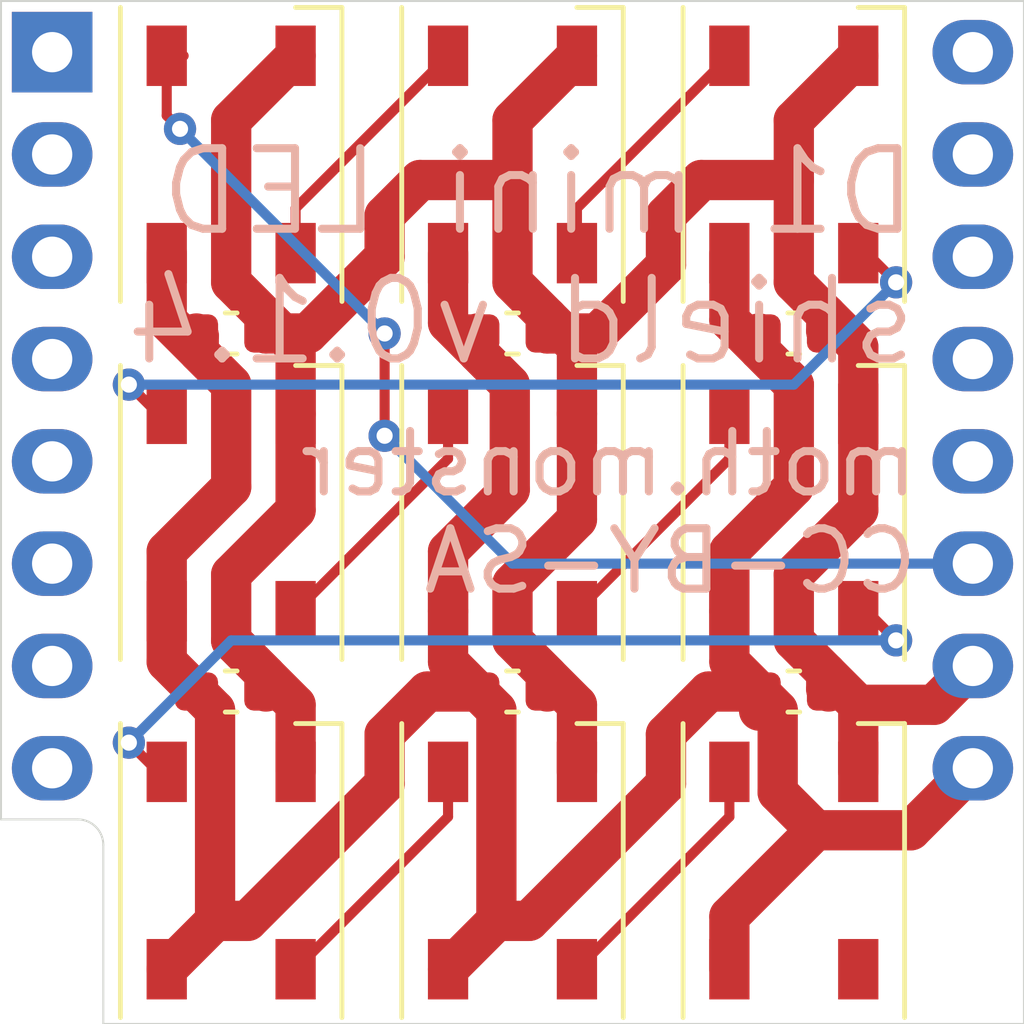
<source format=kicad_pcb>
(kicad_pcb (version 20171130) (host pcbnew 5.1.10)

  (general
    (thickness 1.6)
    (drawings 9)
    (tracks 146)
    (zones 0)
    (modules 16)
    (nets 26)
  )

  (page A4)
  (title_block
    (title "D1 mini LED shield")
    (date 2021-11-15)
    (rev 0.1.4)
    (company moth.monster)
  )

  (layers
    (0 F.Cu signal)
    (31 B.Cu signal)
    (32 B.Adhes user)
    (33 F.Adhes user)
    (34 B.Paste user)
    (35 F.Paste user)
    (36 B.SilkS user)
    (37 F.SilkS user)
    (38 B.Mask user)
    (39 F.Mask user)
    (40 Dwgs.User user)
    (41 Cmts.User user)
    (42 Eco1.User user)
    (43 Eco2.User user)
    (44 Edge.Cuts user)
    (45 Margin user)
    (46 B.CrtYd user hide)
    (47 F.CrtYd user hide)
    (48 B.Fab user hide)
    (49 F.Fab user hide)
  )

  (setup
    (last_trace_width 0.25)
    (user_trace_width 1)
    (trace_clearance 0.2)
    (zone_clearance 0.508)
    (zone_45_only yes)
    (trace_min 0.2)
    (via_size 0.8)
    (via_drill 0.4)
    (via_min_size 0.4)
    (via_min_drill 0.3)
    (uvia_size 0.3)
    (uvia_drill 0.1)
    (uvias_allowed no)
    (uvia_min_size 0.2)
    (uvia_min_drill 0.1)
    (edge_width 0.05)
    (segment_width 0.2)
    (pcb_text_width 0.3)
    (pcb_text_size 1.5 1.5)
    (mod_edge_width 0.12)
    (mod_text_size 1 1)
    (mod_text_width 0.15)
    (pad_size 1.524 1.524)
    (pad_drill 0.762)
    (pad_to_mask_clearance 0)
    (aux_axis_origin 0 0)
    (visible_elements FFFFFF7F)
    (pcbplotparams
      (layerselection 0x010dc_ffffffff)
      (usegerberextensions false)
      (usegerberattributes true)
      (usegerberadvancedattributes true)
      (creategerberjobfile true)
      (excludeedgelayer true)
      (linewidth 0.100000)
      (plotframeref false)
      (viasonmask false)
      (mode 1)
      (useauxorigin false)
      (hpglpennumber 1)
      (hpglpenspeed 20)
      (hpglpendiameter 15.000000)
      (psnegative false)
      (psa4output false)
      (plotreference true)
      (plotvalue true)
      (plotinvisibletext false)
      (padsonsilk false)
      (subtractmaskfromsilk false)
      (outputformat 1)
      (mirror false)
      (drillshape 0)
      (scaleselection 1)
      (outputdirectory "jlc/"))
  )

  (net 0 "")
  (net 1 "Net-(D1-Pad2)")
  (net 2 "Net-(D2-Pad2)")
  (net 3 "Net-(D3-Pad2)")
  (net 4 "Net-(D4-Pad2)")
  (net 5 "Net-(D5-Pad2)")
  (net 6 "Net-(D6-Pad2)")
  (net 7 "Net-(D7-Pad2)")
  (net 8 "Net-(D8-Pad2)")
  (net 9 "Net-(D9-Pad2)")
  (net 10 "Net-(U1-Pad16)")
  (net 11 "Net-(U1-Pad15)")
  (net 12 "Net-(U1-Pad14)")
  (net 13 "Net-(U1-Pad13)")
  (net 14 "Net-(U1-Pad12)")
  (net 15 "Net-(U1-Pad8)")
  (net 16 "Net-(U1-Pad7)")
  (net 17 "Net-(U1-Pad6)")
  (net 18 "Net-(U1-Pad5)")
  (net 19 "Net-(U1-Pad4)")
  (net 20 "Net-(U1-Pad1)")
  (net 21 "Net-(U1-Pad2)")
  (net 22 GND)
  (net 23 +5V)
  (net 24 DIN)
  (net 25 "Net-(U1-Pad3)")

  (net_class Default "This is the default net class."
    (clearance 0.2)
    (trace_width 0.25)
    (via_dia 0.8)
    (via_drill 0.4)
    (uvia_dia 0.3)
    (uvia_drill 0.1)
    (add_net +5V)
    (add_net DIN)
    (add_net GND)
    (add_net "Net-(D1-Pad2)")
    (add_net "Net-(D2-Pad2)")
    (add_net "Net-(D3-Pad2)")
    (add_net "Net-(D4-Pad2)")
    (add_net "Net-(D5-Pad2)")
    (add_net "Net-(D6-Pad2)")
    (add_net "Net-(D7-Pad2)")
    (add_net "Net-(D8-Pad2)")
    (add_net "Net-(D9-Pad2)")
    (add_net "Net-(U1-Pad1)")
    (add_net "Net-(U1-Pad12)")
    (add_net "Net-(U1-Pad13)")
    (add_net "Net-(U1-Pad14)")
    (add_net "Net-(U1-Pad15)")
    (add_net "Net-(U1-Pad16)")
    (add_net "Net-(U1-Pad2)")
    (add_net "Net-(U1-Pad3)")
    (add_net "Net-(U1-Pad4)")
    (add_net "Net-(U1-Pad5)")
    (add_net "Net-(U1-Pad6)")
    (add_net "Net-(U1-Pad7)")
    (add_net "Net-(U1-Pad8)")
  )

  (module LED_SMD:LED_WS2812B_PLCC4_5.0x5.0mm_P3.2mm (layer F.Cu) (tedit 5AA4B285) (tstamp 616A687A)
    (at 152.4 107.95 90)
    (descr https://cdn-shop.adafruit.com/datasheets/WS2812B.pdf)
    (tags "LED RGB NeoPixel")
    (path /616B8460)
    (attr smd)
    (fp_text reference D5 (at 0 -3.5 90) (layer F.SilkS) hide
      (effects (font (size 1 1) (thickness 0.15)))
    )
    (fp_text value WS2812B (at 0 4 90) (layer F.Fab)
      (effects (font (size 1 1) (thickness 0.15)))
    )
    (fp_line (start 3.45 -2.75) (end -3.45 -2.75) (layer F.CrtYd) (width 0.05))
    (fp_line (start 3.45 2.75) (end 3.45 -2.75) (layer F.CrtYd) (width 0.05))
    (fp_line (start -3.45 2.75) (end 3.45 2.75) (layer F.CrtYd) (width 0.05))
    (fp_line (start -3.45 -2.75) (end -3.45 2.75) (layer F.CrtYd) (width 0.05))
    (fp_line (start 2.5 1.5) (end 1.5 2.5) (layer F.Fab) (width 0.1))
    (fp_line (start -2.5 -2.5) (end -2.5 2.5) (layer F.Fab) (width 0.1))
    (fp_line (start -2.5 2.5) (end 2.5 2.5) (layer F.Fab) (width 0.1))
    (fp_line (start 2.5 2.5) (end 2.5 -2.5) (layer F.Fab) (width 0.1))
    (fp_line (start 2.5 -2.5) (end -2.5 -2.5) (layer F.Fab) (width 0.1))
    (fp_line (start -3.65 -2.75) (end 3.65 -2.75) (layer F.SilkS) (width 0.12))
    (fp_line (start -3.65 2.75) (end 3.65 2.75) (layer F.SilkS) (width 0.12))
    (fp_line (start 3.65 2.75) (end 3.65 1.6) (layer F.SilkS) (width 0.12))
    (fp_circle (center 0 0) (end 0 -2) (layer F.Fab) (width 0.1))
    (fp_text user %R (at 0 0 90) (layer F.Fab)
      (effects (font (size 0.8 0.8) (thickness 0.15)))
    )
    (pad 1 smd rect (at -2.45 -1.6 90) (size 1.5 1) (layers F.Cu F.Paste F.Mask)
      (net 23 +5V))
    (pad 2 smd rect (at -2.45 1.6 90) (size 1.5 1) (layers F.Cu F.Paste F.Mask)
      (net 5 "Net-(D5-Pad2)"))
    (pad 4 smd rect (at 2.45 -1.6 90) (size 1.5 1) (layers F.Cu F.Paste F.Mask)
      (net 4 "Net-(D4-Pad2)"))
    (pad 3 smd rect (at 2.45 1.6 90) (size 1.5 1) (layers F.Cu F.Paste F.Mask)
      (net 22 GND))
    (model ${KISYS3DMOD}/LED_SMD.3dshapes/LED_WS2812B_PLCC4_5.0x5.0mm_P3.2mm.wrl
      (at (xyz 0 0 0))
      (scale (xyz 1 1 1))
      (rotate (xyz 0 0 0))
    )
  )

  (module Module:WEMOS_D1_mini_light (layer F.Cu) (tedit 616B4EA9) (tstamp 616A6919)
    (at 140.97 96.52)
    (descr "16-pin module, column spacing 22.86 mm (900 mils), https://wiki.wemos.cc/products:d1:d1_mini, https://c1.staticflickr.com/1/734/31400410271_f278b087db_z.jpg")
    (tags "ESP8266 WiFi microcontroller")
    (path /616B4E79)
    (fp_text reference U1 (at 22 27) (layer F.SilkS) hide
      (effects (font (size 1 1) (thickness 0.15)))
    )
    (fp_text value WeMos_D1_mini (at 11.7 0) (layer F.Fab)
      (effects (font (size 1 1) (thickness 0.15)))
    )
    (fp_text user %R (at 11.43 10) (layer F.Fab)
      (effects (font (size 1 1) (thickness 0.15)))
    )
    (pad 16 thru_hole oval (at 22.86 0) (size 2 1.6) (drill 1) (layers *.Cu *.Mask)
      (net 10 "Net-(U1-Pad16)"))
    (pad 15 thru_hole oval (at 22.86 2.54) (size 2 1.6) (drill 1) (layers *.Cu *.Mask)
      (net 11 "Net-(U1-Pad15)"))
    (pad 14 thru_hole oval (at 22.86 5.08) (size 2 1.6) (drill 1) (layers *.Cu *.Mask)
      (net 12 "Net-(U1-Pad14)"))
    (pad 13 thru_hole oval (at 22.86 7.62) (size 2 1.6) (drill 1) (layers *.Cu *.Mask)
      (net 13 "Net-(U1-Pad13)"))
    (pad 12 thru_hole oval (at 22.86 10.16) (size 2 1.6) (drill 1) (layers *.Cu *.Mask)
      (net 14 "Net-(U1-Pad12)"))
    (pad 11 thru_hole oval (at 22.86 12.7) (size 2 1.6) (drill 1) (layers *.Cu *.Mask)
      (net 24 DIN))
    (pad 10 thru_hole oval (at 22.86 15.24) (size 2 1.6) (drill 1) (layers *.Cu *.Mask)
      (net 22 GND))
    (pad 9 thru_hole oval (at 22.86 17.78) (size 2 1.6) (drill 1) (layers *.Cu *.Mask)
      (net 23 +5V))
    (pad 8 thru_hole oval (at 0 17.78) (size 2 1.6) (drill 1) (layers *.Cu *.Mask)
      (net 15 "Net-(U1-Pad8)"))
    (pad 7 thru_hole oval (at 0 15.24) (size 2 1.6) (drill 1) (layers *.Cu *.Mask)
      (net 16 "Net-(U1-Pad7)"))
    (pad 6 thru_hole oval (at 0 12.7) (size 2 1.6) (drill 1) (layers *.Cu *.Mask)
      (net 17 "Net-(U1-Pad6)"))
    (pad 5 thru_hole oval (at 0 10.16) (size 2 1.6) (drill 1) (layers *.Cu *.Mask)
      (net 18 "Net-(U1-Pad5)"))
    (pad 4 thru_hole oval (at 0 7.62) (size 2 1.6) (drill 1) (layers *.Cu *.Mask)
      (net 19 "Net-(U1-Pad4)"))
    (pad 3 thru_hole oval (at 0 5.08) (size 2 1.6) (drill 1) (layers *.Cu *.Mask)
      (net 25 "Net-(U1-Pad3)"))
    (pad 1 thru_hole rect (at 0 0) (size 2 2) (drill 1) (layers *.Cu *.Mask)
      (net 20 "Net-(U1-Pad1)"))
    (pad 2 thru_hole oval (at 0 2.54) (size 2 1.6) (drill 1) (layers *.Cu *.Mask)
      (net 21 "Net-(U1-Pad2)"))
  )

  (module Capacitor_SMD:C_0603_1608Metric_Pad1.08x0.95mm_HandSolder (layer F.Cu) (tedit 5F68FEEF) (tstamp 616A67D4)
    (at 159.385 112.395)
    (descr "Capacitor SMD 0603 (1608 Metric), square (rectangular) end terminal, IPC_7351 nominal with elongated pad for handsoldering. (Body size source: IPC-SM-782 page 76, https://www.pcb-3d.com/wordpress/wp-content/uploads/ipc-sm-782a_amendment_1_and_2.pdf), generated with kicad-footprint-generator")
    (tags "capacitor handsolder")
    (path /616CB456)
    (attr smd)
    (fp_text reference C6 (at 0 -1.43) (layer F.SilkS) hide
      (effects (font (size 1 1) (thickness 0.15)))
    )
    (fp_text value 100nf (at 0 1.43) (layer F.Fab)
      (effects (font (size 1 1) (thickness 0.15)))
    )
    (fp_line (start -0.8 0.4) (end -0.8 -0.4) (layer F.Fab) (width 0.1))
    (fp_line (start -0.8 -0.4) (end 0.8 -0.4) (layer F.Fab) (width 0.1))
    (fp_line (start 0.8 -0.4) (end 0.8 0.4) (layer F.Fab) (width 0.1))
    (fp_line (start 0.8 0.4) (end -0.8 0.4) (layer F.Fab) (width 0.1))
    (fp_line (start -0.146267 -0.51) (end 0.146267 -0.51) (layer F.SilkS) (width 0.12))
    (fp_line (start -0.146267 0.51) (end 0.146267 0.51) (layer F.SilkS) (width 0.12))
    (fp_line (start -1.65 0.73) (end -1.65 -0.73) (layer F.CrtYd) (width 0.05))
    (fp_line (start -1.65 -0.73) (end 1.65 -0.73) (layer F.CrtYd) (width 0.05))
    (fp_line (start 1.65 -0.73) (end 1.65 0.73) (layer F.CrtYd) (width 0.05))
    (fp_line (start 1.65 0.73) (end -1.65 0.73) (layer F.CrtYd) (width 0.05))
    (fp_text user %R (at 0 0) (layer F.Fab)
      (effects (font (size 0.4 0.4) (thickness 0.06)))
    )
    (pad 2 smd roundrect (at 0.8625 0) (size 1.075 0.95) (layers F.Cu F.Paste F.Mask) (roundrect_rratio 0.25)
      (net 22 GND))
    (pad 1 smd roundrect (at -0.8625 0) (size 1.075 0.95) (layers F.Cu F.Paste F.Mask) (roundrect_rratio 0.25)
      (net 23 +5V))
    (model ${KISYS3DMOD}/Capacitor_SMD.3dshapes/C_0603_1608Metric.wrl
      (at (xyz 0 0 0))
      (scale (xyz 1 1 1))
      (rotate (xyz 0 0 0))
    )
  )

  (module Capacitor_SMD:C_0603_1608Metric_Pad1.08x0.95mm_HandSolder (layer F.Cu) (tedit 5F68FEEF) (tstamp 616A67C3)
    (at 152.4 112.395)
    (descr "Capacitor SMD 0603 (1608 Metric), square (rectangular) end terminal, IPC_7351 nominal with elongated pad for handsoldering. (Body size source: IPC-SM-782 page 76, https://www.pcb-3d.com/wordpress/wp-content/uploads/ipc-sm-782a_amendment_1_and_2.pdf), generated with kicad-footprint-generator")
    (tags "capacitor handsolder")
    (path /616CB450)
    (attr smd)
    (fp_text reference C5 (at 0 -1.43) (layer F.SilkS) hide
      (effects (font (size 1 1) (thickness 0.15)))
    )
    (fp_text value 100nf (at 0 1.43) (layer F.Fab)
      (effects (font (size 1 1) (thickness 0.15)))
    )
    (fp_line (start -0.8 0.4) (end -0.8 -0.4) (layer F.Fab) (width 0.1))
    (fp_line (start -0.8 -0.4) (end 0.8 -0.4) (layer F.Fab) (width 0.1))
    (fp_line (start 0.8 -0.4) (end 0.8 0.4) (layer F.Fab) (width 0.1))
    (fp_line (start 0.8 0.4) (end -0.8 0.4) (layer F.Fab) (width 0.1))
    (fp_line (start -0.146267 -0.51) (end 0.146267 -0.51) (layer F.SilkS) (width 0.12))
    (fp_line (start -0.146267 0.51) (end 0.146267 0.51) (layer F.SilkS) (width 0.12))
    (fp_line (start -1.65 0.73) (end -1.65 -0.73) (layer F.CrtYd) (width 0.05))
    (fp_line (start -1.65 -0.73) (end 1.65 -0.73) (layer F.CrtYd) (width 0.05))
    (fp_line (start 1.65 -0.73) (end 1.65 0.73) (layer F.CrtYd) (width 0.05))
    (fp_line (start 1.65 0.73) (end -1.65 0.73) (layer F.CrtYd) (width 0.05))
    (fp_text user %R (at 0 0) (layer F.Fab)
      (effects (font (size 0.4 0.4) (thickness 0.06)))
    )
    (pad 2 smd roundrect (at 0.8625 0) (size 1.075 0.95) (layers F.Cu F.Paste F.Mask) (roundrect_rratio 0.25)
      (net 22 GND))
    (pad 1 smd roundrect (at -0.8625 0) (size 1.075 0.95) (layers F.Cu F.Paste F.Mask) (roundrect_rratio 0.25)
      (net 23 +5V))
    (model ${KISYS3DMOD}/Capacitor_SMD.3dshapes/C_0603_1608Metric.wrl
      (at (xyz 0 0 0))
      (scale (xyz 1 1 1))
      (rotate (xyz 0 0 0))
    )
  )

  (module Capacitor_SMD:C_0603_1608Metric_Pad1.08x0.95mm_HandSolder (layer F.Cu) (tedit 5F68FEEF) (tstamp 616A67B2)
    (at 145.415 112.395)
    (descr "Capacitor SMD 0603 (1608 Metric), square (rectangular) end terminal, IPC_7351 nominal with elongated pad for handsoldering. (Body size source: IPC-SM-782 page 76, https://www.pcb-3d.com/wordpress/wp-content/uploads/ipc-sm-782a_amendment_1_and_2.pdf), generated with kicad-footprint-generator")
    (tags "capacitor handsolder")
    (path /616CB44A)
    (attr smd)
    (fp_text reference C4 (at 0 -1.43) (layer F.SilkS) hide
      (effects (font (size 1 1) (thickness 0.15)))
    )
    (fp_text value 100nf (at 0 1.43) (layer F.Fab)
      (effects (font (size 1 1) (thickness 0.15)))
    )
    (fp_line (start -0.8 0.4) (end -0.8 -0.4) (layer F.Fab) (width 0.1))
    (fp_line (start -0.8 -0.4) (end 0.8 -0.4) (layer F.Fab) (width 0.1))
    (fp_line (start 0.8 -0.4) (end 0.8 0.4) (layer F.Fab) (width 0.1))
    (fp_line (start 0.8 0.4) (end -0.8 0.4) (layer F.Fab) (width 0.1))
    (fp_line (start -0.146267 -0.51) (end 0.146267 -0.51) (layer F.SilkS) (width 0.12))
    (fp_line (start -0.146267 0.51) (end 0.146267 0.51) (layer F.SilkS) (width 0.12))
    (fp_line (start -1.65 0.73) (end -1.65 -0.73) (layer F.CrtYd) (width 0.05))
    (fp_line (start -1.65 -0.73) (end 1.65 -0.73) (layer F.CrtYd) (width 0.05))
    (fp_line (start 1.65 -0.73) (end 1.65 0.73) (layer F.CrtYd) (width 0.05))
    (fp_line (start 1.65 0.73) (end -1.65 0.73) (layer F.CrtYd) (width 0.05))
    (fp_text user %R (at 0 0) (layer F.Fab)
      (effects (font (size 0.4 0.4) (thickness 0.06)))
    )
    (pad 2 smd roundrect (at 0.8625 0) (size 1.075 0.95) (layers F.Cu F.Paste F.Mask) (roundrect_rratio 0.25)
      (net 22 GND))
    (pad 1 smd roundrect (at -0.8625 0) (size 1.075 0.95) (layers F.Cu F.Paste F.Mask) (roundrect_rratio 0.25)
      (net 23 +5V))
    (model ${KISYS3DMOD}/Capacitor_SMD.3dshapes/C_0603_1608Metric.wrl
      (at (xyz 0 0 0))
      (scale (xyz 1 1 1))
      (rotate (xyz 0 0 0))
    )
  )

  (module Capacitor_SMD:C_0603_1608Metric_Pad1.08x0.95mm_HandSolder (layer F.Cu) (tedit 5F68FEEF) (tstamp 616A67A1)
    (at 159.385 103.505)
    (descr "Capacitor SMD 0603 (1608 Metric), square (rectangular) end terminal, IPC_7351 nominal with elongated pad for handsoldering. (Body size source: IPC-SM-782 page 76, https://www.pcb-3d.com/wordpress/wp-content/uploads/ipc-sm-782a_amendment_1_and_2.pdf), generated with kicad-footprint-generator")
    (tags "capacitor handsolder")
    (path /616CA13C)
    (attr smd)
    (fp_text reference C3 (at 0 -1.43) (layer F.SilkS) hide
      (effects (font (size 1 1) (thickness 0.15)))
    )
    (fp_text value 100nf (at 0 1.43) (layer F.Fab)
      (effects (font (size 1 1) (thickness 0.15)))
    )
    (fp_line (start -0.8 0.4) (end -0.8 -0.4) (layer F.Fab) (width 0.1))
    (fp_line (start -0.8 -0.4) (end 0.8 -0.4) (layer F.Fab) (width 0.1))
    (fp_line (start 0.8 -0.4) (end 0.8 0.4) (layer F.Fab) (width 0.1))
    (fp_line (start 0.8 0.4) (end -0.8 0.4) (layer F.Fab) (width 0.1))
    (fp_line (start -0.146267 -0.51) (end 0.146267 -0.51) (layer F.SilkS) (width 0.12))
    (fp_line (start -0.146267 0.51) (end 0.146267 0.51) (layer F.SilkS) (width 0.12))
    (fp_line (start -1.65 0.73) (end -1.65 -0.73) (layer F.CrtYd) (width 0.05))
    (fp_line (start -1.65 -0.73) (end 1.65 -0.73) (layer F.CrtYd) (width 0.05))
    (fp_line (start 1.65 -0.73) (end 1.65 0.73) (layer F.CrtYd) (width 0.05))
    (fp_line (start 1.65 0.73) (end -1.65 0.73) (layer F.CrtYd) (width 0.05))
    (fp_text user %R (at 0 0) (layer F.Fab)
      (effects (font (size 0.4 0.4) (thickness 0.06)))
    )
    (pad 2 smd roundrect (at 0.8625 0) (size 1.075 0.95) (layers F.Cu F.Paste F.Mask) (roundrect_rratio 0.25)
      (net 22 GND))
    (pad 1 smd roundrect (at -0.8625 0) (size 1.075 0.95) (layers F.Cu F.Paste F.Mask) (roundrect_rratio 0.25)
      (net 23 +5V))
    (model ${KISYS3DMOD}/Capacitor_SMD.3dshapes/C_0603_1608Metric.wrl
      (at (xyz 0 0 0))
      (scale (xyz 1 1 1))
      (rotate (xyz 0 0 0))
    )
  )

  (module Capacitor_SMD:C_0603_1608Metric_Pad1.08x0.95mm_HandSolder (layer F.Cu) (tedit 5F68FEEF) (tstamp 616A6790)
    (at 152.4 103.505)
    (descr "Capacitor SMD 0603 (1608 Metric), square (rectangular) end terminal, IPC_7351 nominal with elongated pad for handsoldering. (Body size source: IPC-SM-782 page 76, https://www.pcb-3d.com/wordpress/wp-content/uploads/ipc-sm-782a_amendment_1_and_2.pdf), generated with kicad-footprint-generator")
    (tags "capacitor handsolder")
    (path /616C9B07)
    (attr smd)
    (fp_text reference C2 (at 0 -1.43) (layer F.SilkS) hide
      (effects (font (size 1 1) (thickness 0.15)))
    )
    (fp_text value 100nf (at 0 1.43) (layer F.Fab)
      (effects (font (size 1 1) (thickness 0.15)))
    )
    (fp_line (start -0.8 0.4) (end -0.8 -0.4) (layer F.Fab) (width 0.1))
    (fp_line (start -0.8 -0.4) (end 0.8 -0.4) (layer F.Fab) (width 0.1))
    (fp_line (start 0.8 -0.4) (end 0.8 0.4) (layer F.Fab) (width 0.1))
    (fp_line (start 0.8 0.4) (end -0.8 0.4) (layer F.Fab) (width 0.1))
    (fp_line (start -0.146267 -0.51) (end 0.146267 -0.51) (layer F.SilkS) (width 0.12))
    (fp_line (start -0.146267 0.51) (end 0.146267 0.51) (layer F.SilkS) (width 0.12))
    (fp_line (start -1.65 0.73) (end -1.65 -0.73) (layer F.CrtYd) (width 0.05))
    (fp_line (start -1.65 -0.73) (end 1.65 -0.73) (layer F.CrtYd) (width 0.05))
    (fp_line (start 1.65 -0.73) (end 1.65 0.73) (layer F.CrtYd) (width 0.05))
    (fp_line (start 1.65 0.73) (end -1.65 0.73) (layer F.CrtYd) (width 0.05))
    (fp_text user %R (at 0 0) (layer F.Fab)
      (effects (font (size 0.4 0.4) (thickness 0.06)))
    )
    (pad 2 smd roundrect (at 0.8625 0) (size 1.075 0.95) (layers F.Cu F.Paste F.Mask) (roundrect_rratio 0.25)
      (net 22 GND))
    (pad 1 smd roundrect (at -0.8625 0) (size 1.075 0.95) (layers F.Cu F.Paste F.Mask) (roundrect_rratio 0.25)
      (net 23 +5V))
    (model ${KISYS3DMOD}/Capacitor_SMD.3dshapes/C_0603_1608Metric.wrl
      (at (xyz 0 0 0))
      (scale (xyz 1 1 1))
      (rotate (xyz 0 0 0))
    )
  )

  (module Capacitor_SMD:C_0603_1608Metric_Pad1.08x0.95mm_HandSolder (layer F.Cu) (tedit 5F68FEEF) (tstamp 616A677F)
    (at 145.415 103.505)
    (descr "Capacitor SMD 0603 (1608 Metric), square (rectangular) end terminal, IPC_7351 nominal with elongated pad for handsoldering. (Body size source: IPC-SM-782 page 76, https://www.pcb-3d.com/wordpress/wp-content/uploads/ipc-sm-782a_amendment_1_and_2.pdf), generated with kicad-footprint-generator")
    (tags "capacitor handsolder")
    (path /616C2429)
    (attr smd)
    (fp_text reference C1 (at 0 -1.43) (layer F.SilkS) hide
      (effects (font (size 1 1) (thickness 0.15)))
    )
    (fp_text value 100nf (at 0 1.43) (layer F.Fab)
      (effects (font (size 1 1) (thickness 0.15)))
    )
    (fp_line (start -0.8 0.4) (end -0.8 -0.4) (layer F.Fab) (width 0.1))
    (fp_line (start -0.8 -0.4) (end 0.8 -0.4) (layer F.Fab) (width 0.1))
    (fp_line (start 0.8 -0.4) (end 0.8 0.4) (layer F.Fab) (width 0.1))
    (fp_line (start 0.8 0.4) (end -0.8 0.4) (layer F.Fab) (width 0.1))
    (fp_line (start -0.146267 -0.51) (end 0.146267 -0.51) (layer F.SilkS) (width 0.12))
    (fp_line (start -0.146267 0.51) (end 0.146267 0.51) (layer F.SilkS) (width 0.12))
    (fp_line (start -1.65 0.73) (end -1.65 -0.73) (layer F.CrtYd) (width 0.05))
    (fp_line (start -1.65 -0.73) (end 1.65 -0.73) (layer F.CrtYd) (width 0.05))
    (fp_line (start 1.65 -0.73) (end 1.65 0.73) (layer F.CrtYd) (width 0.05))
    (fp_line (start 1.65 0.73) (end -1.65 0.73) (layer F.CrtYd) (width 0.05))
    (fp_text user %R (at 0 0) (layer F.Fab)
      (effects (font (size 0.4 0.4) (thickness 0.06)))
    )
    (pad 2 smd roundrect (at 0.8625 0) (size 1.075 0.95) (layers F.Cu F.Paste F.Mask) (roundrect_rratio 0.25)
      (net 22 GND))
    (pad 1 smd roundrect (at -0.8625 0) (size 1.075 0.95) (layers F.Cu F.Paste F.Mask) (roundrect_rratio 0.25)
      (net 23 +5V))
    (model ${KISYS3DMOD}/Capacitor_SMD.3dshapes/C_0603_1608Metric.wrl
      (at (xyz 0 0 0))
      (scale (xyz 1 1 1))
      (rotate (xyz 0 0 0))
    )
  )

  (module LED_SMD:LED_WS2812B_PLCC4_5.0x5.0mm_P3.2mm (layer F.Cu) (tedit 5AA4B285) (tstamp 616A68D6)
    (at 159.385 116.84 90)
    (descr https://cdn-shop.adafruit.com/datasheets/WS2812B.pdf)
    (tags "LED RGB NeoPixel")
    (path /616B920B)
    (attr smd)
    (fp_text reference D9 (at 0 -3.5 90) (layer F.SilkS) hide
      (effects (font (size 1 1) (thickness 0.15)))
    )
    (fp_text value WS2812B (at 0 4 90) (layer F.Fab)
      (effects (font (size 1 1) (thickness 0.15)))
    )
    (fp_line (start 3.45 -2.75) (end -3.45 -2.75) (layer F.CrtYd) (width 0.05))
    (fp_line (start 3.45 2.75) (end 3.45 -2.75) (layer F.CrtYd) (width 0.05))
    (fp_line (start -3.45 2.75) (end 3.45 2.75) (layer F.CrtYd) (width 0.05))
    (fp_line (start -3.45 -2.75) (end -3.45 2.75) (layer F.CrtYd) (width 0.05))
    (fp_line (start 2.5 1.5) (end 1.5 2.5) (layer F.Fab) (width 0.1))
    (fp_line (start -2.5 -2.5) (end -2.5 2.5) (layer F.Fab) (width 0.1))
    (fp_line (start -2.5 2.5) (end 2.5 2.5) (layer F.Fab) (width 0.1))
    (fp_line (start 2.5 2.5) (end 2.5 -2.5) (layer F.Fab) (width 0.1))
    (fp_line (start 2.5 -2.5) (end -2.5 -2.5) (layer F.Fab) (width 0.1))
    (fp_line (start -3.65 -2.75) (end 3.65 -2.75) (layer F.SilkS) (width 0.12))
    (fp_line (start -3.65 2.75) (end 3.65 2.75) (layer F.SilkS) (width 0.12))
    (fp_line (start 3.65 2.75) (end 3.65 1.6) (layer F.SilkS) (width 0.12))
    (fp_circle (center 0 0) (end 0 -2) (layer F.Fab) (width 0.1))
    (fp_text user %R (at 0 0 90) (layer F.Fab)
      (effects (font (size 0.8 0.8) (thickness 0.15)))
    )
    (pad 1 smd rect (at -2.45 -1.6 90) (size 1.5 1) (layers F.Cu F.Paste F.Mask)
      (net 23 +5V))
    (pad 2 smd rect (at -2.45 1.6 90) (size 1.5 1) (layers F.Cu F.Paste F.Mask)
      (net 9 "Net-(D9-Pad2)"))
    (pad 4 smd rect (at 2.45 -1.6 90) (size 1.5 1) (layers F.Cu F.Paste F.Mask)
      (net 8 "Net-(D8-Pad2)"))
    (pad 3 smd rect (at 2.45 1.6 90) (size 1.5 1) (layers F.Cu F.Paste F.Mask)
      (net 22 GND))
    (model ${KISYS3DMOD}/LED_SMD.3dshapes/LED_WS2812B_PLCC4_5.0x5.0mm_P3.2mm.wrl
      (at (xyz 0 0 0))
      (scale (xyz 1 1 1))
      (rotate (xyz 0 0 0))
    )
  )

  (module LED_SMD:LED_WS2812B_PLCC4_5.0x5.0mm_P3.2mm (layer F.Cu) (tedit 5AA4B285) (tstamp 616A68BF)
    (at 152.4 116.84 90)
    (descr https://cdn-shop.adafruit.com/datasheets/WS2812B.pdf)
    (tags "LED RGB NeoPixel")
    (path /616B9205)
    (attr smd)
    (fp_text reference D8 (at 0 -3.5 90) (layer F.SilkS) hide
      (effects (font (size 1 1) (thickness 0.15)))
    )
    (fp_text value WS2812B (at 0 4 90) (layer F.Fab)
      (effects (font (size 1 1) (thickness 0.15)))
    )
    (fp_line (start 3.45 -2.75) (end -3.45 -2.75) (layer F.CrtYd) (width 0.05))
    (fp_line (start 3.45 2.75) (end 3.45 -2.75) (layer F.CrtYd) (width 0.05))
    (fp_line (start -3.45 2.75) (end 3.45 2.75) (layer F.CrtYd) (width 0.05))
    (fp_line (start -3.45 -2.75) (end -3.45 2.75) (layer F.CrtYd) (width 0.05))
    (fp_line (start 2.5 1.5) (end 1.5 2.5) (layer F.Fab) (width 0.1))
    (fp_line (start -2.5 -2.5) (end -2.5 2.5) (layer F.Fab) (width 0.1))
    (fp_line (start -2.5 2.5) (end 2.5 2.5) (layer F.Fab) (width 0.1))
    (fp_line (start 2.5 2.5) (end 2.5 -2.5) (layer F.Fab) (width 0.1))
    (fp_line (start 2.5 -2.5) (end -2.5 -2.5) (layer F.Fab) (width 0.1))
    (fp_line (start -3.65 -2.75) (end 3.65 -2.75) (layer F.SilkS) (width 0.12))
    (fp_line (start -3.65 2.75) (end 3.65 2.75) (layer F.SilkS) (width 0.12))
    (fp_line (start 3.65 2.75) (end 3.65 1.6) (layer F.SilkS) (width 0.12))
    (fp_circle (center 0 0) (end 0 -2) (layer F.Fab) (width 0.1))
    (fp_text user %R (at 0 0 90) (layer F.Fab)
      (effects (font (size 0.8 0.8) (thickness 0.15)))
    )
    (pad 1 smd rect (at -2.45 -1.6 90) (size 1.5 1) (layers F.Cu F.Paste F.Mask)
      (net 23 +5V))
    (pad 2 smd rect (at -2.45 1.6 90) (size 1.5 1) (layers F.Cu F.Paste F.Mask)
      (net 8 "Net-(D8-Pad2)"))
    (pad 4 smd rect (at 2.45 -1.6 90) (size 1.5 1) (layers F.Cu F.Paste F.Mask)
      (net 7 "Net-(D7-Pad2)"))
    (pad 3 smd rect (at 2.45 1.6 90) (size 1.5 1) (layers F.Cu F.Paste F.Mask)
      (net 22 GND))
    (model ${KISYS3DMOD}/LED_SMD.3dshapes/LED_WS2812B_PLCC4_5.0x5.0mm_P3.2mm.wrl
      (at (xyz 0 0 0))
      (scale (xyz 1 1 1))
      (rotate (xyz 0 0 0))
    )
  )

  (module LED_SMD:LED_WS2812B_PLCC4_5.0x5.0mm_P3.2mm (layer F.Cu) (tedit 5AA4B285) (tstamp 616A68A8)
    (at 145.415 116.84 90)
    (descr https://cdn-shop.adafruit.com/datasheets/WS2812B.pdf)
    (tags "LED RGB NeoPixel")
    (path /616B91FF)
    (attr smd)
    (fp_text reference D7 (at 0 -3.5 90) (layer F.SilkS) hide
      (effects (font (size 1 1) (thickness 0.15)))
    )
    (fp_text value WS2812B (at 0 4 90) (layer F.Fab)
      (effects (font (size 1 1) (thickness 0.15)))
    )
    (fp_line (start 3.45 -2.75) (end -3.45 -2.75) (layer F.CrtYd) (width 0.05))
    (fp_line (start 3.45 2.75) (end 3.45 -2.75) (layer F.CrtYd) (width 0.05))
    (fp_line (start -3.45 2.75) (end 3.45 2.75) (layer F.CrtYd) (width 0.05))
    (fp_line (start -3.45 -2.75) (end -3.45 2.75) (layer F.CrtYd) (width 0.05))
    (fp_line (start 2.5 1.5) (end 1.5 2.5) (layer F.Fab) (width 0.1))
    (fp_line (start -2.5 -2.5) (end -2.5 2.5) (layer F.Fab) (width 0.1))
    (fp_line (start -2.5 2.5) (end 2.5 2.5) (layer F.Fab) (width 0.1))
    (fp_line (start 2.5 2.5) (end 2.5 -2.5) (layer F.Fab) (width 0.1))
    (fp_line (start 2.5 -2.5) (end -2.5 -2.5) (layer F.Fab) (width 0.1))
    (fp_line (start -3.65 -2.75) (end 3.65 -2.75) (layer F.SilkS) (width 0.12))
    (fp_line (start -3.65 2.75) (end 3.65 2.75) (layer F.SilkS) (width 0.12))
    (fp_line (start 3.65 2.75) (end 3.65 1.6) (layer F.SilkS) (width 0.12))
    (fp_circle (center 0 0) (end 0 -2) (layer F.Fab) (width 0.1))
    (fp_text user %R (at 0 0 90) (layer F.Fab)
      (effects (font (size 0.8 0.8) (thickness 0.15)))
    )
    (pad 1 smd rect (at -2.45 -1.6 90) (size 1.5 1) (layers F.Cu F.Paste F.Mask)
      (net 23 +5V))
    (pad 2 smd rect (at -2.45 1.6 90) (size 1.5 1) (layers F.Cu F.Paste F.Mask)
      (net 7 "Net-(D7-Pad2)"))
    (pad 4 smd rect (at 2.45 -1.6 90) (size 1.5 1) (layers F.Cu F.Paste F.Mask)
      (net 6 "Net-(D6-Pad2)"))
    (pad 3 smd rect (at 2.45 1.6 90) (size 1.5 1) (layers F.Cu F.Paste F.Mask)
      (net 22 GND))
    (model ${KISYS3DMOD}/LED_SMD.3dshapes/LED_WS2812B_PLCC4_5.0x5.0mm_P3.2mm.wrl
      (at (xyz 0 0 0))
      (scale (xyz 1 1 1))
      (rotate (xyz 0 0 0))
    )
  )

  (module LED_SMD:LED_WS2812B_PLCC4_5.0x5.0mm_P3.2mm (layer F.Cu) (tedit 5AA4B285) (tstamp 616A6891)
    (at 159.385 107.95 90)
    (descr https://cdn-shop.adafruit.com/datasheets/WS2812B.pdf)
    (tags "LED RGB NeoPixel")
    (path /616B8466)
    (attr smd)
    (fp_text reference D6 (at 0 -3.5 90) (layer F.SilkS) hide
      (effects (font (size 1 1) (thickness 0.15)))
    )
    (fp_text value WS2812B (at 0 4 90) (layer F.Fab)
      (effects (font (size 1 1) (thickness 0.15)))
    )
    (fp_line (start 3.45 -2.75) (end -3.45 -2.75) (layer F.CrtYd) (width 0.05))
    (fp_line (start 3.45 2.75) (end 3.45 -2.75) (layer F.CrtYd) (width 0.05))
    (fp_line (start -3.45 2.75) (end 3.45 2.75) (layer F.CrtYd) (width 0.05))
    (fp_line (start -3.45 -2.75) (end -3.45 2.75) (layer F.CrtYd) (width 0.05))
    (fp_line (start 2.5 1.5) (end 1.5 2.5) (layer F.Fab) (width 0.1))
    (fp_line (start -2.5 -2.5) (end -2.5 2.5) (layer F.Fab) (width 0.1))
    (fp_line (start -2.5 2.5) (end 2.5 2.5) (layer F.Fab) (width 0.1))
    (fp_line (start 2.5 2.5) (end 2.5 -2.5) (layer F.Fab) (width 0.1))
    (fp_line (start 2.5 -2.5) (end -2.5 -2.5) (layer F.Fab) (width 0.1))
    (fp_line (start -3.65 -2.75) (end 3.65 -2.75) (layer F.SilkS) (width 0.12))
    (fp_line (start -3.65 2.75) (end 3.65 2.75) (layer F.SilkS) (width 0.12))
    (fp_line (start 3.65 2.75) (end 3.65 1.6) (layer F.SilkS) (width 0.12))
    (fp_circle (center 0 0) (end 0 -2) (layer F.Fab) (width 0.1))
    (fp_text user %R (at 0 0 90) (layer F.Fab)
      (effects (font (size 0.8 0.8) (thickness 0.15)))
    )
    (pad 1 smd rect (at -2.45 -1.6 90) (size 1.5 1) (layers F.Cu F.Paste F.Mask)
      (net 23 +5V))
    (pad 2 smd rect (at -2.45 1.6 90) (size 1.5 1) (layers F.Cu F.Paste F.Mask)
      (net 6 "Net-(D6-Pad2)"))
    (pad 4 smd rect (at 2.45 -1.6 90) (size 1.5 1) (layers F.Cu F.Paste F.Mask)
      (net 5 "Net-(D5-Pad2)"))
    (pad 3 smd rect (at 2.45 1.6 90) (size 1.5 1) (layers F.Cu F.Paste F.Mask)
      (net 22 GND))
    (model ${KISYS3DMOD}/LED_SMD.3dshapes/LED_WS2812B_PLCC4_5.0x5.0mm_P3.2mm.wrl
      (at (xyz 0 0 0))
      (scale (xyz 1 1 1))
      (rotate (xyz 0 0 0))
    )
  )

  (module LED_SMD:LED_WS2812B_PLCC4_5.0x5.0mm_P3.2mm (layer F.Cu) (tedit 5AA4B285) (tstamp 616A6863)
    (at 145.415 107.95 90)
    (descr https://cdn-shop.adafruit.com/datasheets/WS2812B.pdf)
    (tags "LED RGB NeoPixel")
    (path /616B845A)
    (attr smd)
    (fp_text reference D4 (at 0 -3.5 90) (layer F.SilkS) hide
      (effects (font (size 1 1) (thickness 0.15)))
    )
    (fp_text value WS2812B (at 0 4 90) (layer F.Fab)
      (effects (font (size 1 1) (thickness 0.15)))
    )
    (fp_line (start 3.45 -2.75) (end -3.45 -2.75) (layer F.CrtYd) (width 0.05))
    (fp_line (start 3.45 2.75) (end 3.45 -2.75) (layer F.CrtYd) (width 0.05))
    (fp_line (start -3.45 2.75) (end 3.45 2.75) (layer F.CrtYd) (width 0.05))
    (fp_line (start -3.45 -2.75) (end -3.45 2.75) (layer F.CrtYd) (width 0.05))
    (fp_line (start 2.5 1.5) (end 1.5 2.5) (layer F.Fab) (width 0.1))
    (fp_line (start -2.5 -2.5) (end -2.5 2.5) (layer F.Fab) (width 0.1))
    (fp_line (start -2.5 2.5) (end 2.5 2.5) (layer F.Fab) (width 0.1))
    (fp_line (start 2.5 2.5) (end 2.5 -2.5) (layer F.Fab) (width 0.1))
    (fp_line (start 2.5 -2.5) (end -2.5 -2.5) (layer F.Fab) (width 0.1))
    (fp_line (start -3.65 -2.75) (end 3.65 -2.75) (layer F.SilkS) (width 0.12))
    (fp_line (start -3.65 2.75) (end 3.65 2.75) (layer F.SilkS) (width 0.12))
    (fp_line (start 3.65 2.75) (end 3.65 1.6) (layer F.SilkS) (width 0.12))
    (fp_circle (center 0 0) (end 0 -2) (layer F.Fab) (width 0.1))
    (fp_text user %R (at 0 0 90) (layer F.Fab)
      (effects (font (size 0.8 0.8) (thickness 0.15)))
    )
    (pad 1 smd rect (at -2.45 -1.6 90) (size 1.5 1) (layers F.Cu F.Paste F.Mask)
      (net 23 +5V))
    (pad 2 smd rect (at -2.45 1.6 90) (size 1.5 1) (layers F.Cu F.Paste F.Mask)
      (net 4 "Net-(D4-Pad2)"))
    (pad 4 smd rect (at 2.45 -1.6 90) (size 1.5 1) (layers F.Cu F.Paste F.Mask)
      (net 3 "Net-(D3-Pad2)"))
    (pad 3 smd rect (at 2.45 1.6 90) (size 1.5 1) (layers F.Cu F.Paste F.Mask)
      (net 22 GND))
    (model ${KISYS3DMOD}/LED_SMD.3dshapes/LED_WS2812B_PLCC4_5.0x5.0mm_P3.2mm.wrl
      (at (xyz 0 0 0))
      (scale (xyz 1 1 1))
      (rotate (xyz 0 0 0))
    )
  )

  (module LED_SMD:LED_WS2812B_PLCC4_5.0x5.0mm_P3.2mm (layer F.Cu) (tedit 5AA4B285) (tstamp 616A684C)
    (at 159.385 99.06 90)
    (descr https://cdn-shop.adafruit.com/datasheets/WS2812B.pdf)
    (tags "LED RGB NeoPixel")
    (path /616B68F0)
    (attr smd)
    (fp_text reference D3 (at 0 -3.5 90) (layer F.SilkS) hide
      (effects (font (size 1 1) (thickness 0.15)))
    )
    (fp_text value WS2812B (at 0 4 90) (layer F.Fab)
      (effects (font (size 1 1) (thickness 0.15)))
    )
    (fp_line (start 3.45 -2.75) (end -3.45 -2.75) (layer F.CrtYd) (width 0.05))
    (fp_line (start 3.45 2.75) (end 3.45 -2.75) (layer F.CrtYd) (width 0.05))
    (fp_line (start -3.45 2.75) (end 3.45 2.75) (layer F.CrtYd) (width 0.05))
    (fp_line (start -3.45 -2.75) (end -3.45 2.75) (layer F.CrtYd) (width 0.05))
    (fp_line (start 2.5 1.5) (end 1.5 2.5) (layer F.Fab) (width 0.1))
    (fp_line (start -2.5 -2.5) (end -2.5 2.5) (layer F.Fab) (width 0.1))
    (fp_line (start -2.5 2.5) (end 2.5 2.5) (layer F.Fab) (width 0.1))
    (fp_line (start 2.5 2.5) (end 2.5 -2.5) (layer F.Fab) (width 0.1))
    (fp_line (start 2.5 -2.5) (end -2.5 -2.5) (layer F.Fab) (width 0.1))
    (fp_line (start -3.65 -2.75) (end 3.65 -2.75) (layer F.SilkS) (width 0.12))
    (fp_line (start -3.65 2.75) (end 3.65 2.75) (layer F.SilkS) (width 0.12))
    (fp_line (start 3.65 2.75) (end 3.65 1.6) (layer F.SilkS) (width 0.12))
    (fp_circle (center 0 0) (end 0 -2) (layer F.Fab) (width 0.1))
    (fp_text user %R (at 0 0 90) (layer F.Fab)
      (effects (font (size 0.8 0.8) (thickness 0.15)))
    )
    (pad 1 smd rect (at -2.45 -1.6 90) (size 1.5 1) (layers F.Cu F.Paste F.Mask)
      (net 23 +5V))
    (pad 2 smd rect (at -2.45 1.6 90) (size 1.5 1) (layers F.Cu F.Paste F.Mask)
      (net 3 "Net-(D3-Pad2)"))
    (pad 4 smd rect (at 2.45 -1.6 90) (size 1.5 1) (layers F.Cu F.Paste F.Mask)
      (net 2 "Net-(D2-Pad2)"))
    (pad 3 smd rect (at 2.45 1.6 90) (size 1.5 1) (layers F.Cu F.Paste F.Mask)
      (net 22 GND))
    (model ${KISYS3DMOD}/LED_SMD.3dshapes/LED_WS2812B_PLCC4_5.0x5.0mm_P3.2mm.wrl
      (at (xyz 0 0 0))
      (scale (xyz 1 1 1))
      (rotate (xyz 0 0 0))
    )
  )

  (module LED_SMD:LED_WS2812B_PLCC4_5.0x5.0mm_P3.2mm (layer F.Cu) (tedit 5AA4B285) (tstamp 616A6835)
    (at 152.4 99.06 90)
    (descr https://cdn-shop.adafruit.com/datasheets/WS2812B.pdf)
    (tags "LED RGB NeoPixel")
    (path /616B64E4)
    (attr smd)
    (fp_text reference D2 (at 0 -3.5 90) (layer F.SilkS) hide
      (effects (font (size 1 1) (thickness 0.15)))
    )
    (fp_text value WS2812B (at 0 4 90) (layer F.Fab)
      (effects (font (size 1 1) (thickness 0.15)))
    )
    (fp_line (start 3.45 -2.75) (end -3.45 -2.75) (layer F.CrtYd) (width 0.05))
    (fp_line (start 3.45 2.75) (end 3.45 -2.75) (layer F.CrtYd) (width 0.05))
    (fp_line (start -3.45 2.75) (end 3.45 2.75) (layer F.CrtYd) (width 0.05))
    (fp_line (start -3.45 -2.75) (end -3.45 2.75) (layer F.CrtYd) (width 0.05))
    (fp_line (start 2.5 1.5) (end 1.5 2.5) (layer F.Fab) (width 0.1))
    (fp_line (start -2.5 -2.5) (end -2.5 2.5) (layer F.Fab) (width 0.1))
    (fp_line (start -2.5 2.5) (end 2.5 2.5) (layer F.Fab) (width 0.1))
    (fp_line (start 2.5 2.5) (end 2.5 -2.5) (layer F.Fab) (width 0.1))
    (fp_line (start 2.5 -2.5) (end -2.5 -2.5) (layer F.Fab) (width 0.1))
    (fp_line (start -3.65 -2.75) (end 3.65 -2.75) (layer F.SilkS) (width 0.12))
    (fp_line (start -3.65 2.75) (end 3.65 2.75) (layer F.SilkS) (width 0.12))
    (fp_line (start 3.65 2.75) (end 3.65 1.6) (layer F.SilkS) (width 0.12))
    (fp_circle (center 0 0) (end 0 -2) (layer F.Fab) (width 0.1))
    (fp_text user %R (at 0 0 90) (layer F.Fab)
      (effects (font (size 0.8 0.8) (thickness 0.15)))
    )
    (pad 1 smd rect (at -2.45 -1.6 90) (size 1.5 1) (layers F.Cu F.Paste F.Mask)
      (net 23 +5V))
    (pad 2 smd rect (at -2.45 1.6 90) (size 1.5 1) (layers F.Cu F.Paste F.Mask)
      (net 2 "Net-(D2-Pad2)"))
    (pad 4 smd rect (at 2.45 -1.6 90) (size 1.5 1) (layers F.Cu F.Paste F.Mask)
      (net 1 "Net-(D1-Pad2)"))
    (pad 3 smd rect (at 2.45 1.6 90) (size 1.5 1) (layers F.Cu F.Paste F.Mask)
      (net 22 GND))
    (model ${KISYS3DMOD}/LED_SMD.3dshapes/LED_WS2812B_PLCC4_5.0x5.0mm_P3.2mm.wrl
      (at (xyz 0 0 0))
      (scale (xyz 1 1 1))
      (rotate (xyz 0 0 0))
    )
  )

  (module LED_SMD:LED_WS2812B_PLCC4_5.0x5.0mm_P3.2mm (layer F.Cu) (tedit 5AA4B285) (tstamp 616A681E)
    (at 145.415 99.06 90)
    (descr https://cdn-shop.adafruit.com/datasheets/WS2812B.pdf)
    (tags "LED RGB NeoPixel")
    (path /616B5A7B)
    (attr smd)
    (fp_text reference D1 (at 0 -3.5 90) (layer F.SilkS) hide
      (effects (font (size 1 1) (thickness 0.15)))
    )
    (fp_text value WS2812B (at 0 4 90) (layer F.Fab)
      (effects (font (size 1 1) (thickness 0.15)))
    )
    (fp_line (start 3.45 -2.75) (end -3.45 -2.75) (layer F.CrtYd) (width 0.05))
    (fp_line (start 3.45 2.75) (end 3.45 -2.75) (layer F.CrtYd) (width 0.05))
    (fp_line (start -3.45 2.75) (end 3.45 2.75) (layer F.CrtYd) (width 0.05))
    (fp_line (start -3.45 -2.75) (end -3.45 2.75) (layer F.CrtYd) (width 0.05))
    (fp_line (start 2.5 1.5) (end 1.5 2.5) (layer F.Fab) (width 0.1))
    (fp_line (start -2.5 -2.5) (end -2.5 2.5) (layer F.Fab) (width 0.1))
    (fp_line (start -2.5 2.5) (end 2.5 2.5) (layer F.Fab) (width 0.1))
    (fp_line (start 2.5 2.5) (end 2.5 -2.5) (layer F.Fab) (width 0.1))
    (fp_line (start 2.5 -2.5) (end -2.5 -2.5) (layer F.Fab) (width 0.1))
    (fp_line (start -3.65 -2.75) (end 3.65 -2.75) (layer F.SilkS) (width 0.12))
    (fp_line (start -3.65 2.75) (end 3.65 2.75) (layer F.SilkS) (width 0.12))
    (fp_line (start 3.65 2.75) (end 3.65 1.6) (layer F.SilkS) (width 0.12))
    (fp_circle (center 0 0) (end 0 -2) (layer F.Fab) (width 0.1))
    (fp_text user %R (at 0 0 90) (layer F.Fab)
      (effects (font (size 0.8 0.8) (thickness 0.15)))
    )
    (pad 1 smd rect (at -2.45 -1.6 90) (size 1.5 1) (layers F.Cu F.Paste F.Mask)
      (net 23 +5V))
    (pad 2 smd rect (at -2.45 1.6 90) (size 1.5 1) (layers F.Cu F.Paste F.Mask)
      (net 1 "Net-(D1-Pad2)"))
    (pad 4 smd rect (at 2.45 -1.6 90) (size 1.5 1) (layers F.Cu F.Paste F.Mask)
      (net 24 DIN))
    (pad 3 smd rect (at 2.45 1.6 90) (size 1.5 1) (layers F.Cu F.Paste F.Mask)
      (net 22 GND))
    (model ${KISYS3DMOD}/LED_SMD.3dshapes/LED_WS2812B_PLCC4_5.0x5.0mm_P3.2mm.wrl
      (at (xyz 0 0 0))
      (scale (xyz 1 1 1))
      (rotate (xyz 0 0 0))
    )
  )

  (gr_text "moth.monster\nCC-BY-SA" (at 162.56 107.95) (layer B.SilkS)
    (effects (font (size 1.5 1.5) (thickness 0.2)) (justify left mirror))
  )
  (gr_text "D1 mini LED\nshield v0.1.4" (at 162.56 101.6) (layer B.SilkS)
    (effects (font (size 2 2) (thickness 0.2)) (justify left mirror))
  )
  (gr_arc (start 141.605 116.205) (end 142.24 116.205) (angle -90) (layer Edge.Cuts) (width 0.05))
  (gr_line (start 139.7 115.57) (end 141.605 115.57) (layer Edge.Cuts) (width 0.05))
  (gr_line (start 142.24 116.205) (end 142.24 120.65) (layer Edge.Cuts) (width 0.05))
  (gr_line (start 139.7 115.57) (end 139.7 95.25) (layer Edge.Cuts) (width 0.05) (tstamp 616A8911))
  (gr_line (start 165.1 120.65) (end 142.24 120.65) (layer Edge.Cuts) (width 0.05))
  (gr_line (start 165.1 95.25) (end 165.1 120.65) (layer Edge.Cuts) (width 0.05))
  (gr_line (start 139.7 95.25) (end 165.1 95.25) (layer Edge.Cuts) (width 0.05))

  (segment (start 147.015 101.51) (end 147.015 100.395) (width 0.25) (layer F.Cu) (net 1) (status 10))
  (segment (start 147.015 100.395) (end 150.8 96.61) (width 0.25) (layer F.Cu) (net 1) (status 20))
  (segment (start 154 101.51) (end 154 100.395) (width 0.25) (layer F.Cu) (net 2) (status 10))
  (segment (start 154 100.395) (end 157.785 96.61) (width 0.25) (layer F.Cu) (net 2) (status 20))
  (segment (start 143.815 105.5) (end 143.6 105.5) (width 0.25) (layer F.Cu) (net 3))
  (segment (start 143.6 105.5) (end 142.875 104.775) (width 0.25) (layer F.Cu) (net 3))
  (via (at 142.875 104.775) (size 0.8) (drill 0.4) (layers F.Cu B.Cu) (net 3))
  (segment (start 160.985 101.51) (end 161.2 101.51) (width 0.25) (layer F.Cu) (net 3))
  (segment (start 161.2 101.51) (end 161.925 102.235) (width 0.25) (layer F.Cu) (net 3))
  (via (at 161.925 102.235) (size 0.8) (drill 0.4) (layers F.Cu B.Cu) (net 3))
  (segment (start 143.815 105.5) (end 143.815 105.08) (width 0.25) (layer F.Cu) (net 3))
  (segment (start 159.385 104.775) (end 161.925 102.235) (width 0.25) (layer B.Cu) (net 3))
  (segment (start 142.875 104.775) (end 159.385 104.775) (width 0.25) (layer B.Cu) (net 3))
  (segment (start 150.8 105.5) (end 150.8 106.615) (width 0.25) (layer F.Cu) (net 4))
  (segment (start 150.8 106.615) (end 147.015 110.4) (width 0.25) (layer F.Cu) (net 4))
  (segment (start 157.785 105.5) (end 157.785 106.615) (width 0.25) (layer F.Cu) (net 5))
  (segment (start 157.785 106.615) (end 154 110.4) (width 0.25) (layer F.Cu) (net 5))
  (segment (start 143.815 114.39) (end 143.6 114.39) (width 0.25) (layer F.Cu) (net 6))
  (via (at 142.875 113.665) (size 0.8) (drill 0.4) (layers F.Cu B.Cu) (net 6))
  (segment (start 143.6 114.39) (end 142.875 113.665) (width 0.25) (layer F.Cu) (net 6))
  (via (at 161.925 111.125) (size 0.8) (drill 0.4) (layers F.Cu B.Cu) (net 6))
  (segment (start 161.2 110.4) (end 161.925 111.125) (width 0.25) (layer F.Cu) (net 6))
  (segment (start 160.985 110.4) (end 161.2 110.4) (width 0.25) (layer F.Cu) (net 6))
  (segment (start 145.415 111.125) (end 142.875 113.665) (width 0.25) (layer B.Cu) (net 6))
  (segment (start 161.925 111.125) (end 145.415 111.125) (width 0.25) (layer B.Cu) (net 6))
  (segment (start 150.8 114.39) (end 150.8 115.505) (width 0.25) (layer F.Cu) (net 7))
  (segment (start 150.8 115.505) (end 147.015 119.29) (width 0.25) (layer F.Cu) (net 7))
  (segment (start 157.785 114.39) (end 157.785 115.505) (width 0.25) (layer F.Cu) (net 8))
  (segment (start 157.785 115.505) (end 154 119.29) (width 0.25) (layer F.Cu) (net 8))
  (segment (start 152.4 102.235) (end 152.4 99.695) (width 1) (layer F.Cu) (net 22))
  (segment (start 152.4 99.695) (end 152.4 98.21) (width 1) (layer F.Cu) (net 22))
  (segment (start 150.104998 99.695) (end 152.4 99.695) (width 1) (layer F.Cu) (net 22))
  (segment (start 149.225 100.574998) (end 150.104998 99.695) (width 1) (layer F.Cu) (net 22))
  (segment (start 159.385 102.235) (end 159.385 99.695) (width 1) (layer F.Cu) (net 22))
  (segment (start 159.385 99.695) (end 159.385 98.21) (width 1) (layer F.Cu) (net 22))
  (segment (start 157.089998 99.695) (end 159.385 99.695) (width 1) (layer F.Cu) (net 22))
  (segment (start 156.21 100.574998) (end 157.089998 99.695) (width 1) (layer F.Cu) (net 22))
  (segment (start 159.385 109.489998) (end 160.985 107.889998) (width 1) (layer F.Cu) (net 22))
  (segment (start 159.385 111.125) (end 159.385 109.489998) (width 1) (layer F.Cu) (net 22))
  (segment (start 160.189999 111.929999) (end 159.385 111.125) (width 1) (layer F.Cu) (net 22))
  (segment (start 160.985 107.889998) (end 160.985 105.5) (width 1) (layer F.Cu) (net 22))
  (segment (start 160.985 112.725) (end 162.865 112.725) (width 1) (layer F.Cu) (net 22))
  (segment (start 162.865 112.725) (end 163.83 111.76) (width 1) (layer F.Cu) (net 22))
  (segment (start 160.985 112.725) (end 160.189999 111.929999) (width 1) (layer F.Cu) (net 22))
  (segment (start 160.985 114.39) (end 160.985 112.725) (width 1) (layer F.Cu) (net 22))
  (segment (start 160.189999 112.337499) (end 160.189999 111.929999) (width 1) (layer F.Cu) (net 22))
  (segment (start 160.2475 112.395) (end 160.189999 112.337499) (width 1) (layer F.Cu) (net 22))
  (segment (start 160.985 103.835) (end 160.189999 103.039999) (width 1) (layer F.Cu) (net 22))
  (segment (start 160.985 105.5) (end 160.985 103.835) (width 1) (layer F.Cu) (net 22))
  (segment (start 160.189999 103.447499) (end 160.189999 103.039999) (width 1) (layer F.Cu) (net 22))
  (segment (start 160.2475 103.505) (end 160.189999 103.447499) (width 1) (layer F.Cu) (net 22))
  (segment (start 160.189999 103.039999) (end 159.385 102.235) (width 1) (layer F.Cu) (net 22))
  (segment (start 153.2625 103.505) (end 154.515002 103.505) (width 1) (layer F.Cu) (net 22))
  (segment (start 159.385 98.21) (end 160.985 96.61) (width 1) (layer F.Cu) (net 22))
  (segment (start 156.21 101.810002) (end 156.21 100.574998) (width 1) (layer F.Cu) (net 22))
  (segment (start 154.515002 103.505) (end 156.21 101.810002) (width 1) (layer F.Cu) (net 22))
  (segment (start 153.2625 103.0975) (end 152.4 102.235) (width 1) (layer F.Cu) (net 22))
  (segment (start 152.4 98.21) (end 154 96.61) (width 1) (layer F.Cu) (net 22))
  (segment (start 147.32 103.505) (end 149.225 101.6) (width 1) (layer F.Cu) (net 22))
  (segment (start 146.2775 103.505) (end 147.32 103.505) (width 1) (layer F.Cu) (net 22))
  (segment (start 149.225 101.6) (end 149.225 100.574998) (width 1) (layer F.Cu) (net 22))
  (segment (start 146.2775 103.0975) (end 145.415 102.235) (width 1) (layer F.Cu) (net 22))
  (segment (start 145.415 98.21) (end 147.015 96.61) (width 1) (layer F.Cu) (net 22))
  (segment (start 145.415 102.235) (end 145.415 98.21) (width 1) (layer F.Cu) (net 22))
  (segment (start 147.015 107.889998) (end 147.015 105.5) (width 1) (layer F.Cu) (net 22))
  (segment (start 145.415 109.489998) (end 147.015 107.889998) (width 1) (layer F.Cu) (net 22))
  (segment (start 145.415 111.125) (end 145.415 109.489998) (width 1) (layer F.Cu) (net 22))
  (segment (start 147.015 103.835) (end 146.2775 103.0975) (width 1) (layer F.Cu) (net 22))
  (segment (start 146.2775 103.505) (end 146.2775 103.0975) (width 1) (layer F.Cu) (net 22))
  (segment (start 147.015 105.5) (end 147.015 103.835) (width 1) (layer F.Cu) (net 22))
  (segment (start 147.015 114.39) (end 147.015 112.725) (width 1) (layer F.Cu) (net 22))
  (segment (start 146.2775 112.395) (end 146.2775 111.9875) (width 1) (layer F.Cu) (net 22))
  (segment (start 147.015 112.725) (end 145.415 111.125) (width 1) (layer F.Cu) (net 22))
  (segment (start 146.2775 111.9875) (end 145.415 111.125) (width 1) (layer F.Cu) (net 22))
  (segment (start 152.4 109.71826) (end 154 108.11826) (width 1) (layer F.Cu) (net 22))
  (segment (start 152.4 111.125) (end 152.4 109.71826) (width 1) (layer F.Cu) (net 22))
  (segment (start 154 108.11826) (end 154 105.5) (width 1) (layer F.Cu) (net 22))
  (segment (start 154 114.39) (end 154 112.725) (width 1) (layer F.Cu) (net 22))
  (segment (start 153.2625 111.9875) (end 152.4 111.125) (width 1) (layer F.Cu) (net 22))
  (segment (start 154 112.725) (end 152.4 111.125) (width 1) (layer F.Cu) (net 22))
  (segment (start 153.2625 112.395) (end 153.2625 111.9875) (width 1) (layer F.Cu) (net 22))
  (segment (start 154 105.5) (end 154 103.835) (width 1) (layer F.Cu) (net 22))
  (segment (start 154 103.835) (end 153.2625 103.0975) (width 1) (layer F.Cu) (net 22))
  (segment (start 153.2625 103.505) (end 153.2625 103.0975) (width 1) (layer F.Cu) (net 22))
  (segment (start 143.815 101.51) (end 143.815 103.175) (width 1) (layer F.Cu) (net 23))
  (segment (start 143.815 103.175) (end 145.415 104.775) (width 1) (layer F.Cu) (net 23))
  (segment (start 150.8 101.51) (end 150.8 103.2425) (width 1) (layer F.Cu) (net 23))
  (segment (start 150.8 103.2425) (end 152.3325 104.775) (width 1) (layer F.Cu) (net 23))
  (segment (start 157.785 101.51) (end 157.785 103.175) (width 1) (layer F.Cu) (net 23))
  (segment (start 157.785 103.175) (end 159.385 104.775) (width 1) (layer F.Cu) (net 23))
  (segment (start 158.5225 103.505) (end 158.5225 103.9125) (width 1) (layer F.Cu) (net 23))
  (segment (start 158.5225 103.9125) (end 159.385 104.775) (width 1) (layer F.Cu) (net 23))
  (segment (start 159.385 107.315) (end 157.785 108.915) (width 1) (layer F.Cu) (net 23))
  (segment (start 159.385 104.775) (end 159.385 107.315) (width 1) (layer F.Cu) (net 23))
  (segment (start 157.785 108.915) (end 157.785 110.4) (width 1) (layer F.Cu) (net 23))
  (segment (start 144.5525 103.505) (end 144.610001 103.562501) (width 1) (layer F.Cu) (net 23))
  (segment (start 144.610001 103.562501) (end 144.610001 103.970001) (width 1) (layer F.Cu) (net 23))
  (segment (start 144.610001 103.970001) (end 145.415 104.775) (width 1) (layer F.Cu) (net 23))
  (segment (start 145.415 104.775) (end 145.415 107.315) (width 1) (layer F.Cu) (net 23))
  (segment (start 145.415 107.315) (end 143.815 108.915) (width 1) (layer F.Cu) (net 23))
  (segment (start 143.815 108.915) (end 143.815 110.4) (width 1) (layer F.Cu) (net 23))
  (segment (start 152.3325 104.775) (end 151.5375 103.98) (width 1) (layer F.Cu) (net 23))
  (segment (start 151.5375 103.98) (end 151.5375 103.505) (width 1) (layer F.Cu) (net 23))
  (segment (start 152.3325 104.775) (end 152.3325 107.3825) (width 1) (layer F.Cu) (net 23))
  (segment (start 150.8 108.915) (end 150.8 110.4) (width 1) (layer F.Cu) (net 23))
  (segment (start 152.3325 107.3825) (end 150.8 108.915) (width 1) (layer F.Cu) (net 23))
  (segment (start 157.785 119.29) (end 157.785 117.98) (width 1) (layer F.Cu) (net 23))
  (segment (start 157.785 117.98) (end 159.924999 115.840001) (width 1) (layer F.Cu) (net 23))
  (segment (start 158.5225 112.395) (end 158.985001 112.857501) (width 1) (layer F.Cu) (net 23))
  (segment (start 158.985001 114.900003) (end 159.924999 115.840001) (width 1) (layer F.Cu) (net 23))
  (segment (start 158.985001 112.857501) (end 158.985001 114.900003) (width 1) (layer F.Cu) (net 23))
  (segment (start 159.924999 115.840001) (end 162.289999 115.840001) (width 1) (layer F.Cu) (net 23))
  (segment (start 162.289999 115.840001) (end 163.83 114.3) (width 1) (layer F.Cu) (net 23))
  (segment (start 149.225 114.690002) (end 149.225 113.454998) (width 1) (layer F.Cu) (net 23))
  (segment (start 149.225 113.454998) (end 150.284998 112.395) (width 1) (layer F.Cu) (net 23))
  (segment (start 150.284998 112.395) (end 151.5375 112.395) (width 1) (layer F.Cu) (net 23))
  (segment (start 145.015001 118.089999) (end 145.825003 118.089999) (width 1) (layer F.Cu) (net 23))
  (segment (start 145.825003 118.089999) (end 149.225 114.690002) (width 1) (layer F.Cu) (net 23))
  (segment (start 156.21 114.690002) (end 156.21 113.454998) (width 1) (layer F.Cu) (net 23))
  (segment (start 156.21 113.454998) (end 157.269998 112.395) (width 1) (layer F.Cu) (net 23))
  (segment (start 157.269998 112.395) (end 158.5225 112.395) (width 1) (layer F.Cu) (net 23))
  (segment (start 152.000001 118.089999) (end 152.810003 118.089999) (width 1) (layer F.Cu) (net 23))
  (segment (start 152.810003 118.089999) (end 156.21 114.690002) (width 1) (layer F.Cu) (net 23))
  (segment (start 143.815 119.29) (end 145.015001 118.089999) (width 1) (layer F.Cu) (net 23))
  (segment (start 145.015001 118.089999) (end 145.015001 112.857501) (width 1) (layer F.Cu) (net 23))
  (segment (start 145.015001 112.857501) (end 144.5525 112.395) (width 1) (layer F.Cu) (net 23))
  (segment (start 150.8 119.29) (end 152.000001 118.089999) (width 1) (layer F.Cu) (net 23))
  (segment (start 152.000001 118.089999) (end 152.000001 112.857501) (width 1) (layer F.Cu) (net 23))
  (segment (start 152.000001 112.857501) (end 151.5375 112.395) (width 1) (layer F.Cu) (net 23))
  (segment (start 157.785 110.4) (end 157.785 111.6575) (width 1) (layer F.Cu) (net 23))
  (segment (start 157.785 111.6575) (end 158.5225 112.395) (width 1) (layer F.Cu) (net 23))
  (segment (start 143.815 110.4) (end 143.815 111.6575) (width 1) (layer F.Cu) (net 23))
  (segment (start 143.815 111.6575) (end 144.5525 112.395) (width 1) (layer F.Cu) (net 23))
  (segment (start 150.8 110.4) (end 150.8 111.6575) (width 1) (layer F.Cu) (net 23))
  (segment (start 150.8 111.6575) (end 151.5375 112.395) (width 1) (layer F.Cu) (net 23))
  (segment (start 158.5225 112.87) (end 158.5225 112.395) (width 1) (layer F.Cu) (net 23))
  (segment (start 143.815 96.61) (end 144.235 96.61) (width 0.25) (layer F.Cu) (net 24) (status 30))
  (via (at 144.145 98.425) (size 0.8) (drill 0.4) (layers F.Cu B.Cu) (net 24))
  (segment (start 143.815 98.095) (end 144.145 98.425) (width 0.25) (layer F.Cu) (net 24))
  (segment (start 143.815 96.61) (end 143.815 98.095) (width 0.25) (layer F.Cu) (net 24))
  (via (at 149.225 103.505) (size 0.8) (drill 0.4) (layers F.Cu B.Cu) (net 24))
  (segment (start 144.145 98.425) (end 149.225 103.505) (width 0.25) (layer B.Cu) (net 24))
  (via (at 149.225 106.045) (size 0.8) (drill 0.4) (layers F.Cu B.Cu) (net 24))
  (segment (start 149.225 103.505) (end 149.225 106.045) (width 0.25) (layer F.Cu) (net 24))
  (segment (start 152.4 109.22) (end 149.225 106.045) (width 0.25) (layer B.Cu) (net 24))
  (segment (start 163.83 109.22) (end 152.4 109.22) (width 0.25) (layer B.Cu) (net 24))

)

</source>
